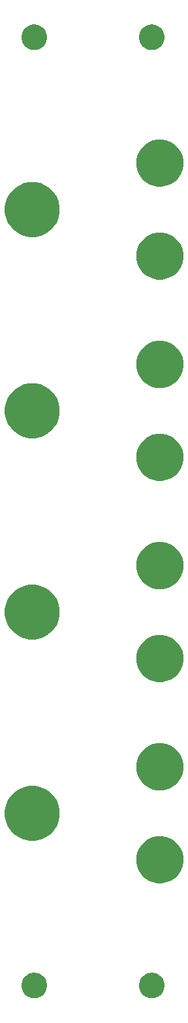
<source format=gbr>
G04 #@! TF.GenerationSoftware,KiCad,Pcbnew,(5.1.4)-1*
G04 #@! TF.CreationDate,2019-11-28T12:25:54-08:00*
G04 #@! TF.ProjectId,AttenuverterFaceplate,41747465-6e75-4766-9572-746572466163,rev?*
G04 #@! TF.SameCoordinates,Original*
G04 #@! TF.FileFunction,Soldermask,Top*
G04 #@! TF.FilePolarity,Negative*
%FSLAX46Y46*%
G04 Gerber Fmt 4.6, Leading zero omitted, Abs format (unit mm)*
G04 Created by KiCad (PCBNEW (5.1.4)-1) date 2019-11-28 12:25:54*
%MOMM*%
%LPD*%
G04 APERTURE LIST*
%ADD10C,0.100000*%
G04 APERTURE END LIST*
D10*
G36*
X122873872Y-149641298D02*
G01*
X122980195Y-149662447D01*
X123280658Y-149786903D01*
X123551067Y-149967585D01*
X123781031Y-150197549D01*
X123961713Y-150467958D01*
X124086169Y-150768421D01*
X124149616Y-151087391D01*
X124149616Y-151412609D01*
X124086169Y-151731579D01*
X123961713Y-152032042D01*
X123781031Y-152302451D01*
X123551067Y-152532415D01*
X123280658Y-152713097D01*
X122980195Y-152837553D01*
X122873872Y-152858702D01*
X122661227Y-152901000D01*
X122336005Y-152901000D01*
X122123360Y-152858702D01*
X122017037Y-152837553D01*
X121716574Y-152713097D01*
X121446165Y-152532415D01*
X121216201Y-152302451D01*
X121035519Y-152032042D01*
X120911063Y-151731579D01*
X120847616Y-151412609D01*
X120847616Y-151087391D01*
X120911063Y-150768421D01*
X121035519Y-150467958D01*
X121216201Y-150197549D01*
X121446165Y-149967585D01*
X121716574Y-149786903D01*
X122017037Y-149662447D01*
X122123360Y-149641298D01*
X122336005Y-149599000D01*
X122661227Y-149599000D01*
X122873872Y-149641298D01*
X122873872Y-149641298D01*
G37*
G36*
X138123872Y-149641298D02*
G01*
X138230195Y-149662447D01*
X138530658Y-149786903D01*
X138801067Y-149967585D01*
X139031031Y-150197549D01*
X139211713Y-150467958D01*
X139336169Y-150768421D01*
X139399616Y-151087391D01*
X139399616Y-151412609D01*
X139336169Y-151731579D01*
X139211713Y-152032042D01*
X139031031Y-152302451D01*
X138801067Y-152532415D01*
X138530658Y-152713097D01*
X138230195Y-152837553D01*
X138123872Y-152858702D01*
X137911227Y-152901000D01*
X137586005Y-152901000D01*
X137373360Y-152858702D01*
X137267037Y-152837553D01*
X136966574Y-152713097D01*
X136696165Y-152532415D01*
X136466201Y-152302451D01*
X136285519Y-152032042D01*
X136161063Y-151731579D01*
X136097616Y-151412609D01*
X136097616Y-151087391D01*
X136161063Y-150768421D01*
X136285519Y-150467958D01*
X136466201Y-150197549D01*
X136696165Y-149967585D01*
X136966574Y-149786903D01*
X137267037Y-149662447D01*
X137373360Y-149641298D01*
X137586005Y-149599000D01*
X137911227Y-149599000D01*
X138123872Y-149641298D01*
X138123872Y-149641298D01*
G37*
G36*
X139689943Y-132066248D02*
G01*
X140245189Y-132296238D01*
X140422237Y-132414538D01*
X140744899Y-132630134D01*
X141169866Y-133055101D01*
X141169867Y-133055103D01*
X141503762Y-133554811D01*
X141733752Y-134110057D01*
X141851000Y-134699501D01*
X141851000Y-135300499D01*
X141733752Y-135889943D01*
X141503762Y-136445189D01*
X141503761Y-136445190D01*
X141169866Y-136944899D01*
X140744899Y-137369866D01*
X140493347Y-137537948D01*
X140245189Y-137703762D01*
X139689943Y-137933752D01*
X139100499Y-138051000D01*
X138499501Y-138051000D01*
X137910057Y-137933752D01*
X137354811Y-137703762D01*
X137106653Y-137537948D01*
X136855101Y-137369866D01*
X136430134Y-136944899D01*
X136096239Y-136445190D01*
X136096238Y-136445189D01*
X135866248Y-135889943D01*
X135749000Y-135300499D01*
X135749000Y-134699501D01*
X135866248Y-134110057D01*
X136096238Y-133554811D01*
X136430133Y-133055103D01*
X136430134Y-133055101D01*
X136855101Y-132630134D01*
X137177763Y-132414538D01*
X137354811Y-132296238D01*
X137910057Y-132066248D01*
X138499501Y-131949000D01*
X139100499Y-131949000D01*
X139689943Y-132066248D01*
X139689943Y-132066248D01*
G37*
G36*
X123283019Y-125585462D02*
G01*
X123283022Y-125585463D01*
X123283021Y-125585463D01*
X123929261Y-125853144D01*
X124510863Y-126241758D01*
X125005474Y-126736369D01*
X125394088Y-127317971D01*
X125394088Y-127317972D01*
X125661770Y-127964213D01*
X125798232Y-128650256D01*
X125798232Y-129349744D01*
X125661770Y-130035787D01*
X125661769Y-130035789D01*
X125394088Y-130682029D01*
X125005474Y-131263631D01*
X124510863Y-131758242D01*
X123929261Y-132146856D01*
X123568620Y-132296238D01*
X123283019Y-132414538D01*
X122596976Y-132551000D01*
X121897488Y-132551000D01*
X121211445Y-132414538D01*
X120925844Y-132296238D01*
X120565203Y-132146856D01*
X119983601Y-131758242D01*
X119488990Y-131263631D01*
X119100376Y-130682029D01*
X118832695Y-130035789D01*
X118832694Y-130035787D01*
X118696232Y-129349744D01*
X118696232Y-128650256D01*
X118832694Y-127964213D01*
X119100376Y-127317972D01*
X119100376Y-127317971D01*
X119488990Y-126736369D01*
X119983601Y-126241758D01*
X120565203Y-125853144D01*
X121211443Y-125585463D01*
X121211442Y-125585463D01*
X121211445Y-125585462D01*
X121897488Y-125449000D01*
X122596976Y-125449000D01*
X123283019Y-125585462D01*
X123283019Y-125585462D01*
G37*
G36*
X139689943Y-120066248D02*
G01*
X140245189Y-120296238D01*
X140245190Y-120296239D01*
X140744899Y-120630134D01*
X141169866Y-121055101D01*
X141169867Y-121055103D01*
X141503762Y-121554811D01*
X141733752Y-122110057D01*
X141851000Y-122699501D01*
X141851000Y-123300499D01*
X141733752Y-123889943D01*
X141503762Y-124445189D01*
X141503761Y-124445190D01*
X141169866Y-124944899D01*
X140744899Y-125369866D01*
X140493347Y-125537948D01*
X140245189Y-125703762D01*
X139689943Y-125933752D01*
X139100499Y-126051000D01*
X138499501Y-126051000D01*
X137910057Y-125933752D01*
X137354811Y-125703762D01*
X137106653Y-125537948D01*
X136855101Y-125369866D01*
X136430134Y-124944899D01*
X136096239Y-124445190D01*
X136096238Y-124445189D01*
X135866248Y-123889943D01*
X135749000Y-123300499D01*
X135749000Y-122699501D01*
X135866248Y-122110057D01*
X136096238Y-121554811D01*
X136430133Y-121055103D01*
X136430134Y-121055101D01*
X136855101Y-120630134D01*
X137354810Y-120296239D01*
X137354811Y-120296238D01*
X137910057Y-120066248D01*
X138499501Y-119949000D01*
X139100499Y-119949000D01*
X139689943Y-120066248D01*
X139689943Y-120066248D01*
G37*
G36*
X139689943Y-106066248D02*
G01*
X140245189Y-106296238D01*
X140422237Y-106414538D01*
X140744899Y-106630134D01*
X141169866Y-107055101D01*
X141169867Y-107055103D01*
X141503762Y-107554811D01*
X141733752Y-108110057D01*
X141851000Y-108699501D01*
X141851000Y-109300499D01*
X141733752Y-109889943D01*
X141503762Y-110445189D01*
X141503761Y-110445190D01*
X141169866Y-110944899D01*
X140744899Y-111369866D01*
X140493347Y-111537948D01*
X140245189Y-111703762D01*
X139689943Y-111933752D01*
X139100499Y-112051000D01*
X138499501Y-112051000D01*
X137910057Y-111933752D01*
X137354811Y-111703762D01*
X137106653Y-111537948D01*
X136855101Y-111369866D01*
X136430134Y-110944899D01*
X136096239Y-110445190D01*
X136096238Y-110445189D01*
X135866248Y-109889943D01*
X135749000Y-109300499D01*
X135749000Y-108699501D01*
X135866248Y-108110057D01*
X136096238Y-107554811D01*
X136430133Y-107055103D01*
X136430134Y-107055101D01*
X136855101Y-106630134D01*
X137177763Y-106414538D01*
X137354811Y-106296238D01*
X137910057Y-106066248D01*
X138499501Y-105949000D01*
X139100499Y-105949000D01*
X139689943Y-106066248D01*
X139689943Y-106066248D01*
G37*
G36*
X123283019Y-99585462D02*
G01*
X123283022Y-99585463D01*
X123283021Y-99585463D01*
X123929261Y-99853144D01*
X124510863Y-100241758D01*
X125005474Y-100736369D01*
X125394088Y-101317971D01*
X125394088Y-101317972D01*
X125661770Y-101964213D01*
X125798232Y-102650256D01*
X125798232Y-103349744D01*
X125661770Y-104035787D01*
X125661769Y-104035789D01*
X125394088Y-104682029D01*
X125005474Y-105263631D01*
X124510863Y-105758242D01*
X123929261Y-106146856D01*
X123568620Y-106296238D01*
X123283019Y-106414538D01*
X122596976Y-106551000D01*
X121897488Y-106551000D01*
X121211445Y-106414538D01*
X120925844Y-106296238D01*
X120565203Y-106146856D01*
X119983601Y-105758242D01*
X119488990Y-105263631D01*
X119100376Y-104682029D01*
X118832695Y-104035789D01*
X118832694Y-104035787D01*
X118696232Y-103349744D01*
X118696232Y-102650256D01*
X118832694Y-101964213D01*
X119100376Y-101317972D01*
X119100376Y-101317971D01*
X119488990Y-100736369D01*
X119983601Y-100241758D01*
X120565203Y-99853144D01*
X121211443Y-99585463D01*
X121211442Y-99585463D01*
X121211445Y-99585462D01*
X121897488Y-99449000D01*
X122596976Y-99449000D01*
X123283019Y-99585462D01*
X123283019Y-99585462D01*
G37*
G36*
X139689943Y-94066248D02*
G01*
X140245189Y-94296238D01*
X140245190Y-94296239D01*
X140744899Y-94630134D01*
X141169866Y-95055101D01*
X141169867Y-95055103D01*
X141503762Y-95554811D01*
X141733752Y-96110057D01*
X141851000Y-96699501D01*
X141851000Y-97300499D01*
X141733752Y-97889943D01*
X141503762Y-98445189D01*
X141503761Y-98445190D01*
X141169866Y-98944899D01*
X140744899Y-99369866D01*
X140493347Y-99537948D01*
X140245189Y-99703762D01*
X139689943Y-99933752D01*
X139100499Y-100051000D01*
X138499501Y-100051000D01*
X137910057Y-99933752D01*
X137354811Y-99703762D01*
X137106653Y-99537948D01*
X136855101Y-99369866D01*
X136430134Y-98944899D01*
X136096239Y-98445190D01*
X136096238Y-98445189D01*
X135866248Y-97889943D01*
X135749000Y-97300499D01*
X135749000Y-96699501D01*
X135866248Y-96110057D01*
X136096238Y-95554811D01*
X136430133Y-95055103D01*
X136430134Y-95055101D01*
X136855101Y-94630134D01*
X137354810Y-94296239D01*
X137354811Y-94296238D01*
X137910057Y-94066248D01*
X138499501Y-93949000D01*
X139100499Y-93949000D01*
X139689943Y-94066248D01*
X139689943Y-94066248D01*
G37*
G36*
X139689943Y-80066248D02*
G01*
X140245189Y-80296238D01*
X140422237Y-80414538D01*
X140744899Y-80630134D01*
X141169866Y-81055101D01*
X141169867Y-81055103D01*
X141503762Y-81554811D01*
X141733752Y-82110057D01*
X141851000Y-82699501D01*
X141851000Y-83300499D01*
X141733752Y-83889943D01*
X141503762Y-84445189D01*
X141503761Y-84445190D01*
X141169866Y-84944899D01*
X140744899Y-85369866D01*
X140493347Y-85537948D01*
X140245189Y-85703762D01*
X139689943Y-85933752D01*
X139100499Y-86051000D01*
X138499501Y-86051000D01*
X137910057Y-85933752D01*
X137354811Y-85703762D01*
X137106653Y-85537948D01*
X136855101Y-85369866D01*
X136430134Y-84944899D01*
X136096239Y-84445190D01*
X136096238Y-84445189D01*
X135866248Y-83889943D01*
X135749000Y-83300499D01*
X135749000Y-82699501D01*
X135866248Y-82110057D01*
X136096238Y-81554811D01*
X136430133Y-81055103D01*
X136430134Y-81055101D01*
X136855101Y-80630134D01*
X137177763Y-80414538D01*
X137354811Y-80296238D01*
X137910057Y-80066248D01*
X138499501Y-79949000D01*
X139100499Y-79949000D01*
X139689943Y-80066248D01*
X139689943Y-80066248D01*
G37*
G36*
X123283019Y-73585462D02*
G01*
X123283022Y-73585463D01*
X123283021Y-73585463D01*
X123929261Y-73853144D01*
X124510863Y-74241758D01*
X125005474Y-74736369D01*
X125394088Y-75317971D01*
X125394088Y-75317972D01*
X125661770Y-75964213D01*
X125798232Y-76650256D01*
X125798232Y-77349744D01*
X125661770Y-78035787D01*
X125661769Y-78035789D01*
X125394088Y-78682029D01*
X125005474Y-79263631D01*
X124510863Y-79758242D01*
X123929261Y-80146856D01*
X123568620Y-80296238D01*
X123283019Y-80414538D01*
X122596976Y-80551000D01*
X121897488Y-80551000D01*
X121211445Y-80414538D01*
X120925844Y-80296238D01*
X120565203Y-80146856D01*
X119983601Y-79758242D01*
X119488990Y-79263631D01*
X119100376Y-78682029D01*
X118832695Y-78035789D01*
X118832694Y-78035787D01*
X118696232Y-77349744D01*
X118696232Y-76650256D01*
X118832694Y-75964213D01*
X119100376Y-75317972D01*
X119100376Y-75317971D01*
X119488990Y-74736369D01*
X119983601Y-74241758D01*
X120565203Y-73853144D01*
X121211443Y-73585463D01*
X121211442Y-73585463D01*
X121211445Y-73585462D01*
X121897488Y-73449000D01*
X122596976Y-73449000D01*
X123283019Y-73585462D01*
X123283019Y-73585462D01*
G37*
G36*
X139689943Y-68066248D02*
G01*
X140245189Y-68296238D01*
X140245190Y-68296239D01*
X140744899Y-68630134D01*
X141169866Y-69055101D01*
X141169867Y-69055103D01*
X141503762Y-69554811D01*
X141733752Y-70110057D01*
X141851000Y-70699501D01*
X141851000Y-71300499D01*
X141733752Y-71889943D01*
X141503762Y-72445189D01*
X141503761Y-72445190D01*
X141169866Y-72944899D01*
X140744899Y-73369866D01*
X140493347Y-73537948D01*
X140245189Y-73703762D01*
X139689943Y-73933752D01*
X139100499Y-74051000D01*
X138499501Y-74051000D01*
X137910057Y-73933752D01*
X137354811Y-73703762D01*
X137106653Y-73537948D01*
X136855101Y-73369866D01*
X136430134Y-72944899D01*
X136096239Y-72445190D01*
X136096238Y-72445189D01*
X135866248Y-71889943D01*
X135749000Y-71300499D01*
X135749000Y-70699501D01*
X135866248Y-70110057D01*
X136096238Y-69554811D01*
X136430133Y-69055103D01*
X136430134Y-69055101D01*
X136855101Y-68630134D01*
X137354810Y-68296239D01*
X137354811Y-68296238D01*
X137910057Y-68066248D01*
X138499501Y-67949000D01*
X139100499Y-67949000D01*
X139689943Y-68066248D01*
X139689943Y-68066248D01*
G37*
G36*
X139689943Y-54066248D02*
G01*
X140245189Y-54296238D01*
X140422237Y-54414538D01*
X140744899Y-54630134D01*
X141169866Y-55055101D01*
X141169867Y-55055103D01*
X141503762Y-55554811D01*
X141733752Y-56110057D01*
X141851000Y-56699501D01*
X141851000Y-57300499D01*
X141733752Y-57889943D01*
X141503762Y-58445189D01*
X141503761Y-58445190D01*
X141169866Y-58944899D01*
X140744899Y-59369866D01*
X140493347Y-59537948D01*
X140245189Y-59703762D01*
X139689943Y-59933752D01*
X139100499Y-60051000D01*
X138499501Y-60051000D01*
X137910057Y-59933752D01*
X137354811Y-59703762D01*
X137106653Y-59537948D01*
X136855101Y-59369866D01*
X136430134Y-58944899D01*
X136096239Y-58445190D01*
X136096238Y-58445189D01*
X135866248Y-57889943D01*
X135749000Y-57300499D01*
X135749000Y-56699501D01*
X135866248Y-56110057D01*
X136096238Y-55554811D01*
X136430133Y-55055103D01*
X136430134Y-55055101D01*
X136855101Y-54630134D01*
X137177763Y-54414538D01*
X137354811Y-54296238D01*
X137910057Y-54066248D01*
X138499501Y-53949000D01*
X139100499Y-53949000D01*
X139689943Y-54066248D01*
X139689943Y-54066248D01*
G37*
G36*
X123284403Y-47585462D02*
G01*
X123284406Y-47585463D01*
X123284405Y-47585463D01*
X123930645Y-47853144D01*
X124512247Y-48241758D01*
X125006858Y-48736369D01*
X125395472Y-49317971D01*
X125395472Y-49317972D01*
X125663154Y-49964213D01*
X125799616Y-50650256D01*
X125799616Y-51349744D01*
X125663154Y-52035787D01*
X125663153Y-52035789D01*
X125395472Y-52682029D01*
X125006858Y-53263631D01*
X124512247Y-53758242D01*
X123930645Y-54146856D01*
X123570004Y-54296238D01*
X123284403Y-54414538D01*
X122598360Y-54551000D01*
X121898872Y-54551000D01*
X121212829Y-54414538D01*
X120927228Y-54296238D01*
X120566587Y-54146856D01*
X119984985Y-53758242D01*
X119490374Y-53263631D01*
X119101760Y-52682029D01*
X118834079Y-52035789D01*
X118834078Y-52035787D01*
X118697616Y-51349744D01*
X118697616Y-50650256D01*
X118834078Y-49964213D01*
X119101760Y-49317972D01*
X119101760Y-49317971D01*
X119490374Y-48736369D01*
X119984985Y-48241758D01*
X120566587Y-47853144D01*
X121212827Y-47585463D01*
X121212826Y-47585463D01*
X121212829Y-47585462D01*
X121898872Y-47449000D01*
X122598360Y-47449000D01*
X123284403Y-47585462D01*
X123284403Y-47585462D01*
G37*
G36*
X139688559Y-42066248D02*
G01*
X140243805Y-42296238D01*
X140243806Y-42296239D01*
X140743515Y-42630134D01*
X141168482Y-43055101D01*
X141168483Y-43055103D01*
X141502378Y-43554811D01*
X141732368Y-44110057D01*
X141849616Y-44699501D01*
X141849616Y-45300499D01*
X141732368Y-45889943D01*
X141502378Y-46445189D01*
X141502377Y-46445190D01*
X141168482Y-46944899D01*
X140743515Y-47369866D01*
X140491963Y-47537948D01*
X140243805Y-47703762D01*
X139688559Y-47933752D01*
X139099115Y-48051000D01*
X138498117Y-48051000D01*
X137908673Y-47933752D01*
X137353427Y-47703762D01*
X137105269Y-47537948D01*
X136853717Y-47369866D01*
X136428750Y-46944899D01*
X136094855Y-46445190D01*
X136094854Y-46445189D01*
X135864864Y-45889943D01*
X135747616Y-45300499D01*
X135747616Y-44699501D01*
X135864864Y-44110057D01*
X136094854Y-43554811D01*
X136428749Y-43055103D01*
X136428750Y-43055101D01*
X136853717Y-42630134D01*
X137353426Y-42296239D01*
X137353427Y-42296238D01*
X137908673Y-42066248D01*
X138498117Y-41949000D01*
X139099115Y-41949000D01*
X139688559Y-42066248D01*
X139688559Y-42066248D01*
G37*
G36*
X122875256Y-27141298D02*
G01*
X122981579Y-27162447D01*
X123282042Y-27286903D01*
X123552451Y-27467585D01*
X123782415Y-27697549D01*
X123963097Y-27967958D01*
X124087553Y-28268421D01*
X124151000Y-28587391D01*
X124151000Y-28912609D01*
X124087553Y-29231579D01*
X123963097Y-29532042D01*
X123782415Y-29802451D01*
X123552451Y-30032415D01*
X123282042Y-30213097D01*
X122981579Y-30337553D01*
X122875256Y-30358702D01*
X122662611Y-30401000D01*
X122337389Y-30401000D01*
X122124744Y-30358702D01*
X122018421Y-30337553D01*
X121717958Y-30213097D01*
X121447549Y-30032415D01*
X121217585Y-29802451D01*
X121036903Y-29532042D01*
X120912447Y-29231579D01*
X120849000Y-28912609D01*
X120849000Y-28587391D01*
X120912447Y-28268421D01*
X121036903Y-27967958D01*
X121217585Y-27697549D01*
X121447549Y-27467585D01*
X121717958Y-27286903D01*
X122018421Y-27162447D01*
X122124744Y-27141298D01*
X122337389Y-27099000D01*
X122662611Y-27099000D01*
X122875256Y-27141298D01*
X122875256Y-27141298D01*
G37*
G36*
X138123872Y-27141298D02*
G01*
X138230195Y-27162447D01*
X138530658Y-27286903D01*
X138801067Y-27467585D01*
X139031031Y-27697549D01*
X139211713Y-27967958D01*
X139336169Y-28268421D01*
X139399616Y-28587391D01*
X139399616Y-28912609D01*
X139336169Y-29231579D01*
X139211713Y-29532042D01*
X139031031Y-29802451D01*
X138801067Y-30032415D01*
X138530658Y-30213097D01*
X138230195Y-30337553D01*
X138123872Y-30358702D01*
X137911227Y-30401000D01*
X137586005Y-30401000D01*
X137373360Y-30358702D01*
X137267037Y-30337553D01*
X136966574Y-30213097D01*
X136696165Y-30032415D01*
X136466201Y-29802451D01*
X136285519Y-29532042D01*
X136161063Y-29231579D01*
X136097616Y-28912609D01*
X136097616Y-28587391D01*
X136161063Y-28268421D01*
X136285519Y-27967958D01*
X136466201Y-27697549D01*
X136696165Y-27467585D01*
X136966574Y-27286903D01*
X137267037Y-27162447D01*
X137373360Y-27141298D01*
X137586005Y-27099000D01*
X137911227Y-27099000D01*
X138123872Y-27141298D01*
X138123872Y-27141298D01*
G37*
M02*

</source>
